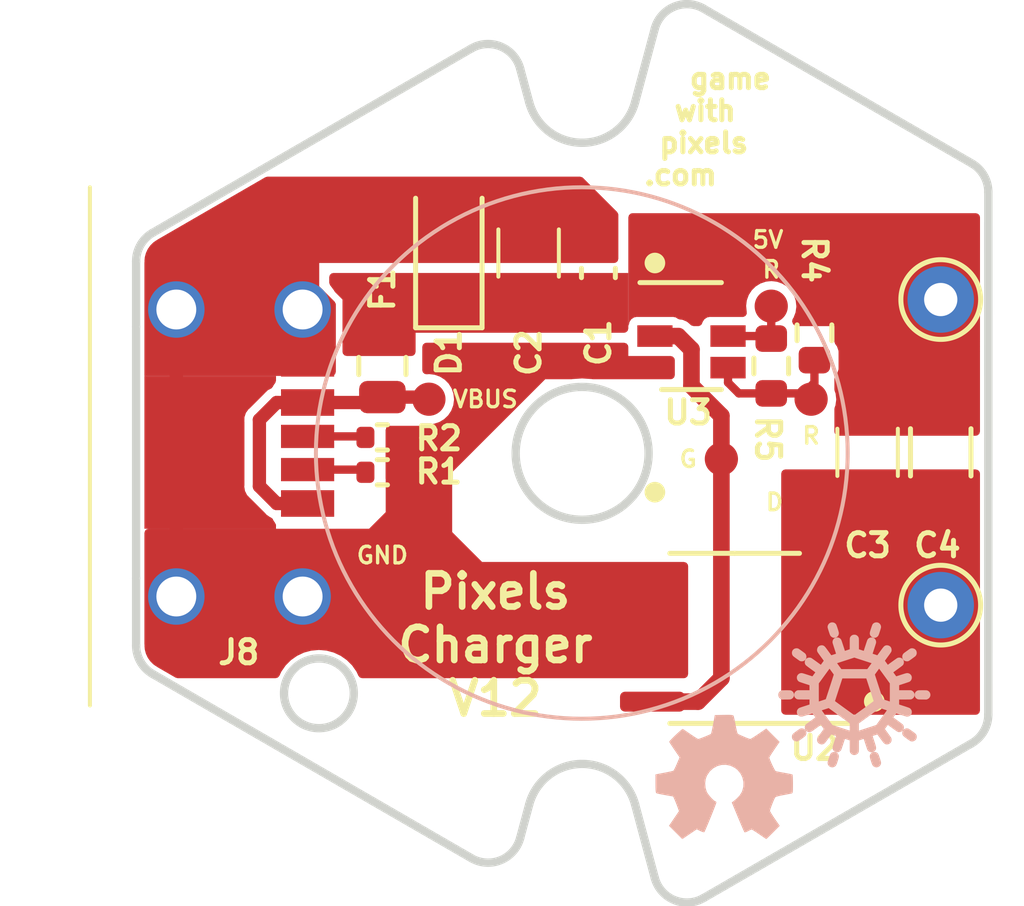
<source format=kicad_pcb>
(kicad_pcb (version 20211014) (generator pcbnew)
  (layers (0 "F.Cu" signal) (31 "B.Cu" signal) (34 "B.Paste" user) (35 "F.Paste" user) (36 "B.SilkS" user "B.Silkscreen") (37 "F.SilkS" user "F.Silkscreen") (38 "B.Mask" user) (39 "F.Mask" user) (44 "Edge.Cuts" user))
  (net 0 "")
  (net 1 "GND")
  (net 2 "VBUS")
  (net 3 "Net-(R4-Pad1)")
  (net 4 "Net-(R5-Pad2)")
  (net 5 "Net-(U2-Pad8)")
  (net 6 "Net-(J8-PadA5)")
  (net 7 "Net-(J8-PadB5)")
  (net 8 "Net-(C3-Pad1)")
  (net 9 "+5V")
  (footprint "Pixels-dice:USB-C-SMD_10P-P1.00-L6.8-W8.9" (layer "F.Cu") (at 139.6 101.52 180)
    (fp_text reference "J8" (at 0.02 -6) (layer "F.SilkS") (effects (font (size 0.7 0.7))))
    (fp_text value "USB_C_Receptacle_USB2.0")
    (pad "A5" smd rect (at -2.05 0.5 270) (size 0.7 1.6) (layers "F.Cu" "F.Paste" "F.Mask") (net 6 "Net-(J8-PadA5)"))
    (pad "A9" smd rect (at -2.05 -1.52 270) (size 0.8 1.6) (layers "F.Cu" "F.Paste" "F.Mask") (net 2 "VBUS"))
    (pad "A12" smd rect (at -2.05 -2.75 270) (size 0.9 1.6) (layers "F.Cu" "F.Paste" "F.Mask") (net 1 "GND"))
    (pad "B5" smd rect (at -2.05 -0.5 270) (size 0.7 1.6) (layers "F.Cu" "F.Paste" "F.Mask") (net 7 "Net-(J8-PadB5)"))
    (pad "B9" smd rect (at -2.05 1.52 270) (size 0.8 1.6) (layers "F.Cu" "F.Paste" "F.Mask") (net 2 "VBUS"))
    (pad "B12" smd rect (at -2.05 2.75 270) (size 0.9 1.6) (layers "F.Cu" "F.Paste" "F.Mask") (net 1 "GND"))
    (pad "S1" thru_hole circle (at -1.9 4.32 180) (size 1.7 1.7) (drill 1.2) (layers *.Cu *.Mask) (net 1 "GND"))
    (pad "S1" thru_hole circle (at -1.9 -4.32 180) (size 1.7 1.7) (drill 1.2) (layers *.Cu *.Mask) (net 1 "GND"))
    (pad "S1" thru_hole circle (at 1.9 4.32 180) (size 1.7 1.7) (drill 1.2) (layers *.Cu *.Mask) (net 1 "GND"))
    (pad "S1" thru_hole circle (at 1.9 -4.32 180) (size 1.7 1.7) (drill 1.2) (layers *.Cu *.Mask) (net 1 "GND"))
  )
  (footprint "Resistor_SMD:R_0402_1005Metric" (layer "F.Cu") (at 143.9 101.05 180)
    (fp_text reference "R2" (at -1.7 -0.03 unlocked) (layer "F.SilkS") (effects (font (size 0.7 0.7))))
    (fp_text value "5.1k 1%")
    (pad "1" smd roundrect locked (at -0.51 0 180) (size 0.54 0.64) (layers "F.Cu" "F.Paste" "F.Mask") (net 1 "GND"))
    (pad "2" smd roundrect locked (at 0.51 0 180) (size 0.54 0.64) (layers "F.Cu" "F.Paste" "F.Mask") (net 6 "Net-(J8-PadA5)"))
  )
  (footprint "TestPoint:TestPoint_THTPad_D2.0mm_Drill1.0mm" (layer "F.Cu") (at 160.7 96.9)
    (fp_text reference "J6" hide)
    (fp_text value "Coil B")
    (pad "1" thru_hole circle locked (at 0 0) (size 2 2) (drill 1) (layers *.Cu *.Mask) (net 9 "+5V"))
  )
  (footprint "TestPoint:TestPoint_THTPad_D2.0mm_Drill1.0mm" (layer "F.Cu") (at 160.7 106.1)
    (fp_text reference "J9" hide)
    (fp_text value "Coil A")
    (pad "1" thru_hole circle locked (at 0 0) (size 2 2) (drill 1) (layers *.Cu *.Mask) (net 8 "Net-(C3-Pad1)"))
  )
  (footprint "Capacitor_SMD:C_1206_3216Metric" (layer "F.Cu") (at 160.7 101.5 90)
    (fp_text reference "C4" (at -2.8 -0.1 180) (layer "F.SilkS") (effects (font (size 0.7 0.7))))
    (fp_text value "56nF 50V NP0")
    (pad "1" smd roundrect (at -1.475 0 90) (size 1.15 1.8) (layers "F.Cu" "F.Paste" "F.Mask") (roundrect_rratio 0.2173913043) (net 8 "Net-(C3-Pad1)"))
    (pad "2" smd roundrect (at 1.475 0 90) (size 1.15 1.8) (layers "F.Cu" "F.Paste" "F.Mask") (roundrect_rratio 0.2173913043) (net 9 "+5V"))
  )
  (footprint "Capacitor_SMD:C_0603_1608Metric" (layer "F.Cu") (at 150.4 96.1 90)
    (fp_text reference "C1" (at -2.1 0 90 unlocked) (layer "F.SilkS") (effects (font (size 0.7 0.7))))
    (fp_text value "0.1uF 16V")
    (pad "1" smd roundrect (at -0.775 0 90) (size 0.9 0.95) (layers "F.Cu" "F.Paste" "F.Mask") (net 9 "+5V"))
    (pad "2" smd roundrect (at 0.775 0 90) (size 0.9 0.95) (layers "F.Cu" "F.Paste" "F.Mask") (net 1 "GND"))
  )
  (footprint "Capacitor_SMD:C_1206_3216Metric" (layer "F.Cu") (at 148.3 95.5 90)
    (fp_text reference "C2" (at -3 0 90 unlocked) (layer "F.SilkS") (effects (font (size 0.7 0.7))))
    (fp_text value "47uF 10V 20% X5R")
    (pad "1" smd roundrect (at -1.475 0 90) (size 1.15 1.8) (layers "F.Cu" "F.Paste" "F.Mask") (roundrect_rratio 0.2173913043) (net 9 "+5V"))
    (pad "2" smd roundrect (at 1.475 0 90) (size 1.15 1.8) (layers "F.Cu" "F.Paste" "F.Mask") (roundrect_rratio 0.2173913043) (net 1 "GND"))
  )
  (footprint "Resistor_SMD:R_0603_1608Metric" (layer "F.Cu") (at 156.9 97.9 90)
    (fp_text reference "R4" (at 2.2 0 270 unlocked) (layer "F.SilkS") (effects (font (size 0.7 0.7))))
    (fp_text value "200k 1%")
    (pad "1" smd roundrect (at -0.825 0 90) (size 0.8 0.95) (layers "F.Cu" "F.Paste" "F.Mask") (net 3 "Net-(R4-Pad1)"))
    (pad "2" smd roundrect (at 0.825 0 90) (size 0.8 0.95) (layers "F.Cu" "F.Paste" "F.Mask") (net 9 "+5V"))
  )
  (footprint "Resistor_SMD:R_0603_1608Metric" (layer "F.Cu") (at 155.6 98.9 90)
    (fp_text reference "R5" (at -2.2 -0.1 270 unlocked) (layer "F.SilkS") (effects (font (size 0.7 0.7))))
    (fp_text value "84.5k 1%")
    (pad "1" smd roundrect (at -0.825 0 90) (size 0.8 0.95) (layers "F.Cu" "F.Paste" "F.Mask") (net 3 "Net-(R4-Pad1)"))
    (pad "2" smd roundrect (at 0.825 0 90) (size 0.8 0.95) (layers "F.Cu" "F.Paste" "F.Mask") (net 4 "Net-(R5-Pad2)"))
  )
  (footprint "Pixels-dice:SOIC-8_3.9x4.9mm_P1.27mm" (layer "F.Cu") (at 154.5 107.1 90)
    (fp_text reference "U2" (at -3.3 2.4) (layer "F.SilkS") (effects (font (size 0.7 0.7))))
    (fp_text value "XKT335")
    (pad "1" smd roundrect (at -1.905 2.475 180) (size 1.95 0.6) (layers "F.Cu" "F.Paste" "F.Mask") (net 8 "Net-(C3-Pad1)"))
    (pad "2" smd roundrect (at -0.635 2.475 180) (size 1.95 0.6) (layers "F.Cu" "F.Paste" "F.Mask") (net 8 "Net-(C3-Pad1)"))
    (pad "3" smd roundrect (at 0.635 2.475 180) (size 1.95 0.6) (layers "F.Cu" "F.Paste" "F.Mask") (net 8 "Net-(C3-Pad1)"))
    (pad "4" smd roundrect (at 1.905 2.475 180) (size 1.95 0.6) (layers "F.Cu" "F.Paste" "F.Mask") (net 8 "Net-(C3-Pad1)"))
    (pad "5" smd roundrect (at 1.905 -2.475 180) (size 1.95 0.6) (layers "F.Cu" "F.Paste" "F.Mask") (net 1 "GND"))
    (pad "6" smd roundrect (at 0.635 -2.475 180) (size 1.95 0.6) (layers "F.Cu" "F.Paste" "F.Mask") (net 1 "GND"))
    (pad "7" smd roundrect (at -0.635 -2.475 180) (size 1.95 0.6) (layers "F.Cu" "F.Paste" "F.Mask") (net 1 "GND"))
    (pad "8" smd roundrect (at -1.905 -2.475 180) (size 1.95 0.6) (layers "F.Cu" "F.Paste" "F.Mask") (net 5 "Net-(U2-Pad8)"))
  )
  (footprint "Package_TO_SOT_SMD:SOT-23-6" (layer "F.Cu") (at 153.2 98)
    (fp_text reference "U3" (at -0.1 2.3 unlocked) (layer "F.SilkS") (effects (font (size 0.7 0.7))))
    (fp_text value "XKT001")
    (pad "1" smd rect locked (at -1.1 -0.95) (size 1.06 0.65) (layers "F.Cu" "F.Paste" "F.Mask") (net 9 "+5V"))
    (pad "2" smd rect locked (at -1.1 0) (size 1.06 0.65) (layers "F.Cu" "F.Paste" "F.Mask") (net 5 "Net-(U2-Pad8)"))
    (pad "3" smd rect locked (at -1.1 0.95) (size 1.06 0.65) (layers "F.Cu" "F.Paste" "F.Mask") (net 1 "GND"))
    (pad "4" smd rect locked (at 1.1 0.95) (size 1.06 0.65) (layers "F.Cu" "F.Paste" "F.Mask") (net 3 "Net-(R4-Pad1)"))
    (pad "5" smd rect locked (at 1.1 0) (size 1.06 0.65) (layers "F.Cu" "F.Paste" "F.Mask") (net 4 "Net-(R5-Pad2)"))
    (pad "6" smd rect locked (at 1.1 -0.95) (size 1.06 0.65) (layers "F.Cu" "F.Paste" "F.Mask") (net 9 "+5V"))
  )
  (footprint "Resistor_SMD:R_0402_1005Metric" (layer "F.Cu") (at 143.9 102.1 180)
    (fp_text reference "R1" (at -1.7 0.02 unlocked) (layer "F.SilkS") (effects (font (size 0.7 0.7))))
    (fp_text value "5.1k 1%")
    (pad "1" smd roundrect locked (at -0.51 0 180) (size 0.54 0.64) (layers "F.Cu" "F.Paste" "F.Mask") (net 1 "GND"))
    (pad "2" smd roundrect locked (at 0.51 0 180) (size 0.54 0.64) (layers "F.Cu" "F.Paste" "F.Mask") (net 7 "Net-(J8-PadB5)"))
  )
  (footprint "Pixels-dice:TEST_PIN" (layer "F.Cu") (at 145.3 99.9)
    (fp_text reference "W9" hide)
    (fp_text value "VBUS" (at 1.7 0) (layer "F.SilkS") (effects (font (size 0.5 0.5) (thickness 0.1))))
    (pad "1" smd circle locked (at 0 0) (size 1 1) (layers "F.Cu" "F.Mask") (net 2 "VBUS"))
  )
  (footprint "Pixels-dice:TEST_PIN" (layer "F.Cu") (at 156.8 99.9)
    (fp_text reference "W6" hide)
    (fp_text value "R" (at 0 1.1) (layer "F.SilkS") (effects (font (size 0.5 0.5) (thickness 0.1))))
    (pad "1" smd circle locked (at 0 0) (size 1 1) (layers "F.Cu" "F.Mask") (net 3 "Net-(R4-Pad1)"))
  )
  (footprint "Pixels-dice:TEST_PIN" (layer "F.Cu") (at 154.1 101.7)
    (fp_text reference "W2" hide)
    (fp_text value "G" (at -1 0) (layer "F.SilkS") (effects (font (size 0.5 0.5) (thickness 0.1))))
    (pad "1" smd circle locked (at 0 0) (size 1 1) (layers "F.Cu" "F.Mask") (net 5 "Net-(U2-Pad8)"))
  )
  (footprint "Diode_SMD:D_SOD-123" (layer "F.Cu") (at 145.9 95.5 90)
    (fp_text reference "D1" (at -3 0 270) (layer "F.SilkS") (effects (font (size 0.7 0.7))))
    (fp_text value "5.1V 500mW")
    (pad "1" smd rect (at -1.65 0 90) (size 0.9 1.2) (layers "F.Cu" "F.Paste" "F.Mask") (net 9 "+5V"))
    (pad "2" smd rect (at 1.65 0 90) (size 0.9 1.2) (layers "F.Cu" "F.Paste" "F.Mask") (net 1 "GND"))
  )
  (footprint "Pixels-dice:TEST_PIN" (layer "F.Cu") (at 156.7 103)
    (fp_text reference "W3" hide)
    (fp_text value "D" (at -1 0) (layer "F.SilkS") (effects (font (size 0.5 0.5) (thickness 0.1))))
    (pad "1" smd circle locked (at 0 0) (size 1 1) (layers "F.Cu" "F.Mask") (net 8 "Net-(C3-Pad1)"))
  )
  (footprint "Pixels-dice:TEST_PIN" (layer "F.Cu") (at 155.6 97.1)
    (fp_text reference "W4" hide)
    (fp_text value "R" (at 0 -1.1) (layer "F.SilkS") (effects (font (size 0.5 0.5) (thickness 0.1))))
    (pad "1" smd circle locked (at 0 0) (size 1 1) (layers "F.Cu" "F.Mask") (net 4 "Net-(R5-Pad2)"))
  )
  (footprint "Pixels-dice:TEST_PIN" (layer "F.Cu") (at 143.9 105.7)
    (fp_text reference "W5" hide)
    (fp_text value "GND" (at 0 -1.1) (layer "F.SilkS") (effects (font (size 0.5 0.5) (thickness 0.1))))
    (pad "1" smd circle locked (at 0 0) (size 1 1) (layers "F.Cu" "F.Mask") (net 1 "GND"))
  )
  (footprint "Fuse:Fuse_0805_2012Metric" (layer "F.Cu") (at 143.9 98.9 90)
    (fp_text reference "F1" (at 2.3 0 90) (layer "F.SilkS") (effects (font (size 0.7 0.7))))
    (fp_text value "500mA 150mR")
    (pad "1" smd roundrect (at -0.9375 0 90) (size 0.975 1.4) (layers "F.Cu" "F.Paste" "F.Mask") (net 2 "VBUS"))
    (pad "2" smd roundrect (at 0.9375 0 90) (size 0.975 1.4) (layers "F.Cu" "F.Paste" "F.Mask") (net 9 "+5V"))
  )
  (footprint "Pixels-dice:TEST_PIN" (layer "F.Cu") (at 154.3 95.4)
    (fp_text reference "W1" hide)
    (fp_text value "5V" (at 1.2 -0.3) (layer "F.SilkS") (effects (font (size 0.5 0.5) (thickness 0.1))))
    (pad "1" smd circle locked (at 0 0) (size 1 1) (layers "F.Cu" "F.Mask") (net 9 "+5V"))
  )
  (footprint "Capacitor_SMD:C_1206_3216Metric" (layer "F.Cu") (at 158.5 101.5 90)
    (fp_text reference "C3" (at -2.8 0 180) (layer "F.SilkS") (effects (font (size 0.7 0.7))))
    (fp_text value "100nF 50V NP0")
    (pad "1" smd roundrect (at -1.475 0 90) (size 1.15 1.8) (layers "F.Cu" "F.Paste" "F.Mask") (roundrect_rratio 0.2173913043) (net 8 "Net-(C3-Pad1)"))
    (pad "2" smd roundrect (at 1.475 0 90) (size 1.15 1.8) (layers "F.Cu" "F.Paste" "F.Mask") (roundrect_rratio 0.2173913043) (net 9 "+5V"))
  )
  (footprint "LOGO" (layer "B.Cu") (at 158.1 108.8 180)
    (fp_text reference "G***" hide)
    (fp_text value "LOGO" hide)
  )
  (footprint "LOGO" (layer "B.Cu") (at 154.2 111.3 180)
    (fp_text reference "G***" hide)
    (fp_text value "LOGO" hide)
  )
  (footprint "Pixels-dice:TX Coil" (layer "B.Cu") (at 149.9 101.5 -90)
    (fp_text reference "J1" hide)
    (fp_text value "TX_Coil")
  )
  (gr_circle (center 149.9 101.52) (end 157.9 101.52) (layer "B.SilkS") (width 0.12) (fill none))
  (gr_circle (center 158.7 109) (end 158.95 109) (layer "F.SilkS") (width 0.12) (fill solid))
  (gr_circle (center 152.1 102.7) (end 152.35 102.7) (layer "F.SilkS") (width 0.12) (fill solid))
  (gr_circle (center 152.1 95.8) (end 152.35 95.8) (layer "F.SilkS") (width 0.12) (fill solid))
  (gr_circle (center 141.99 108.754598) (end 140.94 108.754598) (layer "Edge.Cuts") (width 0.25) (fill none))
  (gr_line (start 151.504392 90.957052) (end 152.096148 88.748588) (layer "Edge.Cuts") (width 0.25))
  (gr_arc (start 161.631561 92.800302) (mid 161.997601 93.166353) (end 162.131561 93.666386) (layer "Edge.Cuts") (width 0.25))
  (gr_arc (start 152.096148 88.748588) (mid 152.67939 88.083527) (end 153.562074 88.141381) (layer "Edge.Cuts") (width 0.25))
  (gr_line (start 136.49 95.755444) (end 136.49 97.720098) (layer "Edge.Cuts") (width 0.25))
  (gr_line (start 153.562074 114.918619) (end 161.630638 110.260231) (layer "Edge.Cuts") (width 0.25))
  (gr_arc (start 153.562074 114.918619) (mid 152.67939 114.976473) (end 152.096148 114.311412) (layer "Edge.Cuts") (width 0.25))
  (gr_arc (start 136.989423 108.17336) (mid 136.623808 107.80738) (end 136.49 107.307668) (layer "Edge.Cuts") (width 0.25))
  (gr_circle (center 149.910614 101.53) (end 147.910614 101.53) (layer "Edge.Cuts") (width 0.25) (fill none))
  (gr_line (start 146.57931 113.718605) (end 136.989423 108.17336) (layer "Edge.Cuts") (width 0.25))
  (gr_arc (start 146.578753 89.3414) (mid 147.461382 89.282721) (end 148.045245 89.947237) (layer "Edge.Cuts") (width 0.25))
  (gr_line (start 151.504392 112.102949) (end 152.096148 114.311412) (layer "Edge.Cuts") (width 0.25))
  (gr_arc (start 148.04564 113.112375) (mid 147.461955 113.777047) (end 146.57931 113.718605) (layer "Edge.Cuts") (width 0.25))
  (gr_line (start 136.49 97.720098) (end 136.49 105.289902) (layer "Edge.Cuts") (width 0.25))
  (gr_line (start 136.989191 94.889886) (end 146.578753 89.3414) (layer "Edge.Cuts") (width 0.25))
  (gr_line (start 136.49 105.289902) (end 136.49 107.307668) (layer "Edge.Cuts") (width 0.25))
  (gr_line (start 148.317236 90.958541) (end 148.045245 89.947237) (layer "Edge.Cuts") (width 0.25))
  (gr_arc (start 162.130638 109.394265) (mid 161.996648 109.894231) (end 161.630638 110.260231) (layer "Edge.Cuts") (width 0.25))
  (gr_arc (start 136.49 95.755444) (mid 136.623741 95.255849) (end 136.989191 94.889886) (layer "Edge.Cuts") (width 0.25))
  (gr_line (start 161.631561 92.800302) (end 153.562074 88.141381) (layer "Edge.Cuts") (width 0.25))
  (gr_arc (start 151.504392 90.957052) (mid 149.911385 92.180001) (end 148.317236 90.958541) (layer "Edge.Cuts") (width 0.25))
  (gr_line (start 148.317121 112.101887) (end 148.04564 113.112375) (layer "Edge.Cuts") (width 0.25))
  (gr_arc (start 148.317121 112.101887) (mid 149.911164 110.88) (end 151.504392 112.102949) (layer "Edge.Cuts") (width 0.25))
  (gr_line (start 162.131561 93.666386) (end 162.130638 109.394265) (layer "Edge.Cuts") (width 0.25))
  (gr_text "   game\n  with\n pixels\n.com" (at 151.7 91.7) (layer "F.SilkS") (effects (font (size 0.6 0.6)) (justify left)))
  (gr_text "Pixels\nCharger\nV12" (at 147.3 107.3) (layer "F.SilkS") (effects (font (size 1 1) (thickness 0.2))))
  (segment (start 141.5 97.2) (end 137.7 97.2) (width 0.4) (layer "F.Cu") (net 1))
  (segment (start 141.65 104.27) (end 141.65 105.69) (width 0.4) (layer "F.Cu") (net 1))
  (segment (start 137.7 105.84) (end 137.7 97.2) (width 0.4) (layer "F.Cu") (net 1))
  (segment (start 141.5 105.84) (end 137.7 105.84) (width 0.4) (layer "F.Cu") (net 1))
  (segment (start 141.5 98.62) (end 141.5 97.2) (width 0.4) (layer "F.Cu") (net 1))
  (segment (start 141.65 100) (end 140.72 100) (width 0.4) (layer "F.Cu") (net 2))
  (segment (start 140.72 100) (end 140.2 100.52) (width 0.4) (layer "F.Cu") (net 2))
  (segment (start 140.2 100.52) (end 140.2 102.52) (width 0.4) (layer "F.Cu") (net 2))
  (segment (start 140.2 102.52) (end 140.72 103.04) (width 0.4) (layer "F.Cu") (net 2))
  (segment (start 140.72 103.04) (end 141.65 103.04) (width 0.4) (layer "F.Cu") (net 2))
  (segment (start 141.65 100) (end 143.7375 100) (width 0.4) (layer "F.Cu") (net 2))
  (segment (start 143.9 99.8375) (end 145.2375 99.8375) (width 0.4) (layer "F.Cu") (net 2))
  (segment (start 143.7375 100) (end 143.9 99.8375) (width 0.4) (layer "F.Cu") (net 2))
  (segment (start 145.2375 99.8375) (end 145.3 99.9) (width 0.4) (layer "F.Cu") (net 2))
  (segment (start 156.9 98.725) (end 156.9 99.8) (width 0.25) (layer "F.Cu") (net 3))
  (segment (start 154.3 98.95) (end 154.3 99.4) (width 0.25) (layer "F.Cu") (net 3))
  (segment (start 156.625 99.725) (end 156.8 99.9) (width 0.25) (layer "F.Cu") (net 3))
  (segment (start 155.6 99.725) (end 156.625 99.725) (width 0.25) (layer "F.Cu") (net 3))
  (segment (start 154.3 99.4) (end 154.625 99.725) (width 0.25) (layer "F.Cu") (net 3))
  (segment (start 156.9 99.8) (end 156.8 99.9) (width 0.25) (layer "F.Cu") (net 3))
  (segment (start 156.537499 99.7625) (end 156.8625 99.437499) (width 0.25) (layer "F.Cu") (net 3))
  (segment (start 154.625 99.725) (end 155.6 99.725) (width 0.25) (layer "F.Cu") (net 3))
  (segment (start 155.525 98) (end 155.6 98.075) (width 0.25) (layer "F.Cu") (net 4))
  (segment (start 155.6 98.075) (end 155.6 97.1) (width 0.25) (layer "F.Cu") (net 4))
  (segment (start 154.3 98) (end 155.525 98) (width 0.25) (layer "F.Cu") (net 4))
  (segment (start 153.395 109.005) (end 152.025 109.005) (width 0.5) (layer "F.Cu") (net 5))
  (segment (start 152.1 98) (end 152.8 98) (width 0.5) (layer "F.Cu") (net 5))
  (segment (start 153.2 98.4) (end 153.2 99.5) (width 0.5) (layer "F.Cu") (net 5))
  (segment (start 153.2 99.5) (end 154.1 100.4) (width 0.5) (layer "F.Cu") (net 5))
  (segment (start 154.1 100.4) (end 154.1 108.3) (width 0.5) (layer "F.Cu") (net 5))
  (segment (start 154.1 108.3) (end 153.395 109.005) (width 0.5) (layer "F.Cu") (net 5))
  (segment (start 152.8 98) (end 153.2 98.4) (width 0.5) (layer "F.Cu") (net 5))
  (segment (start 141.65 101.02) (end 143.36 101.02) (width 0.25) (layer "F.Cu") (net 6))
  (segment (start 143.36 101.02) (end 143.39 101.05) (width 0.25) (layer "F.Cu") (net 6))
  (segment (start 143.31 102.02) (end 143.39 102.1) (width 0.25) (layer "F.Cu") (net 7))
  (segment (start 141.65 102.02) (end 143.31 102.02) (width 0.25) (layer "F.Cu") (net 7))
  (zone (net 9) (net_name "+5V") (layer "F.Cu") (connect_pads yes (clearance 0.25)) (min_thickness 0.254) (fill yes (thermal_gap 0.508) (thermal_bridge_width 0.508))
    (polygon (pts (xy 163 101) (xy 157.5 101) (xy 157.5 97.7) (xy 151.3 97.7) (xy 151.3 94.3) (xy 162.9 94.3)))
  )
  (zone (net 1) (net_name "GND") (layer "F.Cu") (connect_pads yes (clearance 0.25)) (min_thickness 0.254) (fill yes (thermal_gap 0.508) (thermal_bridge_width 0.508))
    (polygon (pts (xy 151 95.8) (xy 146.9 95.8) (xy 142 95.8) (xy 142 96.5) (xy 142.5 97) (xy 142.5 99.2) (xy 135.9 99.2) (xy 135.6 94.7) (xy 139.3 93.2) (xy 149.9 93.2) (xy 151 94.3)))
  )
  (zone (net 8) (net_name "Net-(C3-Pad1)") (layer "F.Cu") (connect_pads yes (clearance 0.25)) (min_thickness 0.254) (fill yes (thermal_gap 0.508) (thermal_bridge_width 0.508))
    (polygon (pts (xy 162.8 109.4) (xy 155.9 109.4) (xy 155.9 102.013844) (xy 162.8 102.013844)))
  )
  (zone (net 1) (net_name "GND") (layer "F.Cu") (connect_pads yes (clearance 0.25)) (min_thickness 0.254) (fill yes (thermal_gap 0.508) (thermal_bridge_width 0.508))
    (polygon (pts (xy 146.9 104.8) (xy 153.1 104.8) (xy 153.1 108.3) (xy 137.7 108.3) (xy 134.5 108.4) (xy 135.1 103.8) (xy 145.9 103.8)))
  )
  (zone (net 9) (net_name "+5V") (layer "F.Cu") (connect_pads yes (clearance 0.25)) (min_thickness 0.254) (fill yes (thermal_gap 0.508) (thermal_bridge_width 0.508))
    (polygon (pts (xy 146.6 96.1) (xy 151.3 96.1) (xy 151.3 97.9) (xy 144.9 97.9) (xy 144.9 98.6) (xy 142.7 98.6) (xy 142.7 96.9) (xy 142.3 96.5) (xy 142.3 96.1)))
  )
  (zone (net 1) (net_name "GND") (layer "F.Cu") (connect_pads yes (clearance 0.25)) (min_thickness 0.254) (fill yes (thermal_gap 0.508) (thermal_bridge_width 0.508))
    (polygon (pts (xy 140.7 103.8) (xy 135.9 103.8) (xy 135.9 99.2) (xy 140.7 99.2)))
  )
  (zone (net 1) (net_name "GND") (layer "F.Cu") (connect_pads yes (clearance 0.25)) (min_thickness 0.254) (fill yes (thermal_gap 0.508) (thermal_bridge_width 0.508))
    (polygon (pts (xy 146 105.6) (xy 142.5 105.6) (xy 142.5 103.8) (xy 143.5 103.8) (xy 144 103.3) (xy 144 100.7) (xy 146 100.7)))
  )
  (zone (net 1) (net_name "GND") (layer "F.Cu") (connect_pads yes (clearance 0.25)) (min_thickness 0.254) (fill yes (thermal_gap 0.508) (thermal_bridge_width 0.508))
    (polygon (pts (xy 151.3 98.6) (xy 152.7 98.6) (xy 152.7 99.3) (xy 148.8 99.3) (xy 147.7 100.4) (xy 145.8 102.3) (xy 144 102.3) (xy 144 100.7) (xy 145.1 100.7) (xy 145.1 98.2) (xy 151.3 98.2)))
  )
)
</source>
